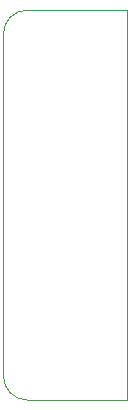
<source format=gko>
%TF.GenerationSoftware,KiCad,Pcbnew,(5.1.10)-1*%
%TF.CreationDate,2022-02-21T15:46:47+01:00*%
%TF.ProjectId,MovuinoShieldPressure,4d6f7675-696e-46f5-9368-69656c645072,1.0*%
%TF.SameCoordinates,Original*%
%TF.FileFunction,Profile,NP*%
%FSLAX46Y46*%
G04 Gerber Fmt 4.6, Leading zero omitted, Abs format (unit mm)*
G04 Created by KiCad (PCBNEW (5.1.10)-1) date 2022-02-21 15:46:47*
%MOMM*%
%LPD*%
G01*
G04 APERTURE LIST*
%TA.AperFunction,Profile*%
%ADD10C,0.050000*%
%TD*%
G04 APERTURE END LIST*
D10*
X102000000Y-63000000D02*
G75*
G02*
X100000000Y-61000000I0J2000000D01*
G01*
X102000000Y-30000000D02*
X110500000Y-30000000D01*
X100000000Y-32000000D02*
G75*
G02*
X102000000Y-30000000I2000000J0D01*
G01*
X100000000Y-32000000D02*
X100000000Y-61000000D01*
X110500000Y-63000000D02*
X102000000Y-63000000D01*
X110500000Y-30000000D02*
X110500000Y-63000000D01*
M02*

</source>
